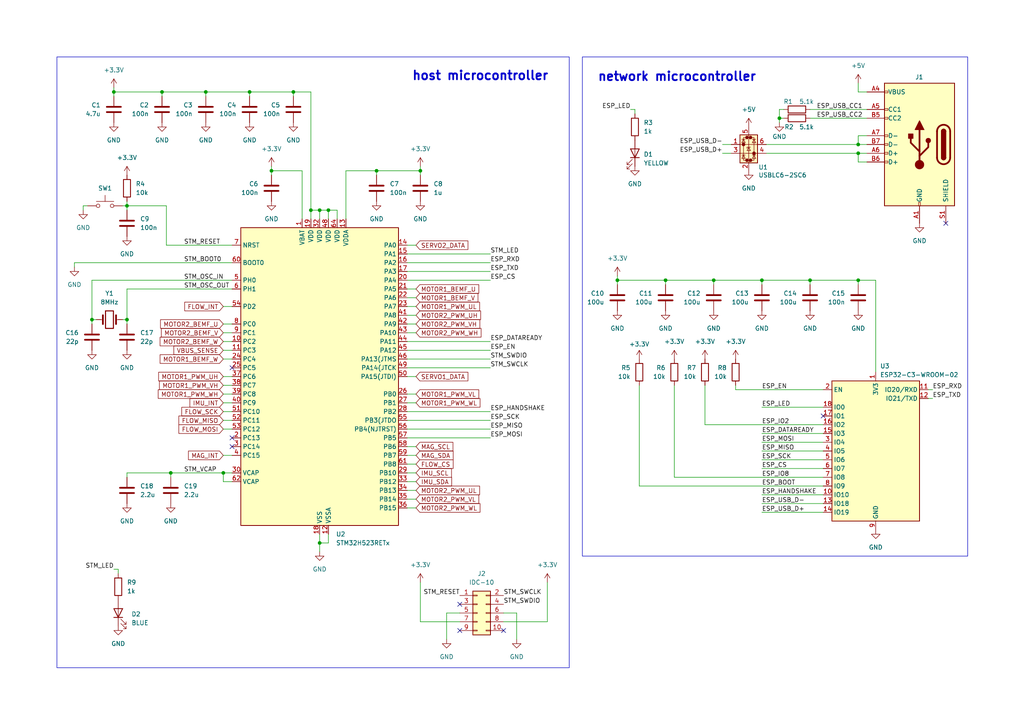
<source format=kicad_sch>
(kicad_sch (version 20250114) (generator "eeschema") (generator_version "9.0")
  (paper "A4")
  (title_block (title "Hogger2 Controller") (date "2025-04-12") (rev "V1.1") (comment 4 "Author: Eryk Możdżeń"))
  (lib_symbols
    (symbol "Connector:USB_C_Receptacle_USB2.0_14P" (pin_names (offset 1.016))
      (property "Reference" "J" (at 0 22.225 0))
      (property "Value" "USB_C_Receptacle_USB2.0_14P" (at 0 19.685 0))
      (symbol "USB_C_Receptacle_USB2.0_14P_1_1"
        (pin passive line (at -7.62 -22.86 90) (length 5.08) (name "SHIELD") (number "S1"))
        (pin passive line (at 0 -22.86 90) (length 5.08) (name "GND") (number "A1"))
        (pin passive line (at 0 -22.86 90) (length 5.08) (hide yes) (name "GND") (number "A12"))
        (pin passive line (at 0 -22.86 90) (length 5.08) (hide yes) (name "GND") (number "B1"))
        (pin passive line (at 0 -22.86 90) (length 5.08) (hide yes) (name "GND") (number "B12"))
        (pin passive line (at 15.24 15.24 180) (length 5.08) (name "VBUS") (number "A4"))
        (pin passive line (at 15.24 15.24 180) (length 5.08) (hide yes) (name "VBUS") (number "A9"))
        (pin passive line (at 15.24 15.24 180) (length 5.08) (hide yes) (name "VBUS") (number "B4"))
        (pin passive line (at 15.24 15.24 180) (length 5.08) (hide yes) (name "VBUS") (number "B9"))
        (pin bidirectional line (at 15.24 10.16 180) (length 5.08) (name "CC1") (number "A5"))
        (pin bidirectional line (at 15.24 7.62 180) (length 5.08) (name "CC2") (number "B5"))
        (pin bidirectional line (at 15.24 2.54 180) (length 5.08) (name "D-") (number "A7"))
        (pin bidirectional line (at 15.24 0 180) (length 5.08) (name "D-") (number "B7"))
        (pin bidirectional line (at 15.24 -2.54 180) (length 5.08) (name "D+") (number "A6"))
        (pin bidirectional line (at 15.24 -5.08 180) (length 5.08) (name "D+") (number "B6"))
      )
    )
    (symbol "Connector_Generic:Conn_02x05_Odd_Even" (pin_names (offset 1.016) (hide yes))
      (property "Reference" "J" (at 1.27 7.62 0))
      (property "Value" "Conn_02x05_Odd_Even" (at 1.27 -7.62 0))
      (symbol "Conn_02x05_Odd_Even_1_1"
        (pin passive line (at -5.08 5.08 0) (length 3.81) (name "Pin_1") (number "1"))
        (pin passive line (at -5.08 2.54 0) (length 3.81) (name "Pin_3") (number "3"))
        (pin passive line (at -5.08 0 0) (length 3.81) (name "Pin_5") (number "5"))
        (pin passive line (at -5.08 -2.54 0) (length 3.81) (name "Pin_7") (number "7"))
        (pin passive line (at -5.08 -5.08 0) (length 3.81) (name "Pin_9") (number "9"))
        (pin passive line (at 7.62 5.08 180) (length 3.81) (name "Pin_2") (number "2"))
        (pin passive line (at 7.62 2.54 180) (length 3.81) (name "Pin_4") (number "4"))
        (pin passive line (at 7.62 0 180) (length 3.81) (name "Pin_6") (number "6"))
        (pin passive line (at 7.62 -2.54 180) (length 3.81) (name "Pin_8") (number "8"))
        (pin passive line (at 7.62 -5.08 180) (length 3.81) (name "Pin_10") (number "10"))
      )
    )
    (symbol "Device:C" (pin_numbers (hide yes)) (pin_names (offset 0.254))
      (property "Reference" "C" (at 0.635 2.54 0))
      (property "Value" "C" (at 0.635 -2.54 0))
      (symbol "C_1_1"
        (pin passive line (at 0 3.81 270) (length 2.794) (name "~") (number "1"))
        (pin passive line (at 0 -3.81 90) (length 2.794) (name "~") (number "2"))
      )
    )
    (symbol "Device:Crystal" (pin_numbers (hide yes)) (pin_names (offset 1.016) (hide yes))
      (property "Reference" "Y" (at 0 3.81 0))
      (property "Value" "Crystal" (at 0 -3.81 0))
      (symbol "Crystal_1_1"
        (pin passive line (at -3.81 0 0) (length 1.27) (name "1") (number "1"))
        (pin passive line (at 3.81 0 180) (length 1.27) (name "2") (number "2"))
      )
    )
    (symbol "Device:LED" (pin_numbers (hide yes)) (pin_names (offset 1.016) (hide yes))
      (property "Reference" "D" (at 0 2.54 0))
      (property "Value" "LED" (at 0 -2.54 0))
      (symbol "LED_1_1"
        (pin passive line (at -3.81 0 0) (length 2.54) (name "K") (number "1"))
        (pin passive line (at 3.81 0 180) (length 2.54) (name "A") (number "2"))
      )
    )
    (symbol "Device:R" (pin_numbers (hide yes)) (pin_names (offset 0))
      (property "Reference" "R" (at 2.032 0 90))
      (property "Value" "R" (at 0 0 90))
      (symbol "R_1_1"
        (pin passive line (at 0 3.81 270) (length 1.27) (name "~") (number "1"))
        (pin passive line (at 0 -3.81 90) (length 1.27) (name "~") (number "2"))
      )
    )
    (symbol "MCU_ST_STM32H5:STM32H523RETx"
      (property "Reference" "U" (at -22.86 44.45 0))
      (property "Value" "STM32H523RETx" (at 10.16 44.45 0))
      (symbol "STM32H523RETx_1_1"
        (pin input line (at -25.4 38.1 0) (length 2.54) (name "NRST") (number "7"))
        (pin input line (at -25.4 33.02 0) (length 2.54) (name "BOOT0") (number "60"))
        (pin bidirectional line (at -25.4 27.94 0) (length 2.54) (name "PH0") (number "5"))
        (pin bidirectional line (at -25.4 25.4 0) (length 2.54) (name "PH1") (number "6"))
        (pin bidirectional line (at -25.4 20.32 0) (length 2.54) (name "PD2") (number "54"))
        (pin bidirectional line (at -25.4 15.24 0) (length 2.54) (name "PC0") (number "8"))
        (pin bidirectional line (at -25.4 12.7 0) (length 2.54) (name "PC1") (number "9"))
        (pin bidirectional line (at -25.4 10.16 0) (length 2.54) (name "PC2") (number "10"))
        (pin bidirectional line (at -25.4 7.62 0) (length 2.54) (name "PC3") (number "11"))
        (pin bidirectional line (at -25.4 5.08 0) (length 2.54) (name "PC4") (number "24"))
        (pin bidirectional line (at -25.4 2.54 0) (length 2.54) (name "PC5") (number "25"))
        (pin bidirectional line (at -25.4 0 0) (length 2.54) (name "PC6") (number "37"))
        (pin bidirectional line (at -25.4 -2.54 0) (length 2.54) (name "PC7") (number "38"))
        (pin bidirectional line (at -25.4 -5.08 0) (length 2.54) (name "PC8") (number "39"))
        (pin bidirectional line (at -25.4 -7.62 0) (length 2.54) (name "PC9") (number "40"))
        (pin bidirectional line (at -25.4 -10.16 0) (length 2.54) (name "PC10") (number "51"))
        (pin bidirectional line (at -25.4 -12.7 0) (length 2.54) (name "PC11") (number "52"))
        (pin bidirectional line (at -25.4 -15.24 0) (length 2.54) (name "PC12") (number "53"))
        (pin bidirectional line (at -25.4 -17.78 0) (length 2.54) (name "PC13") (number "2"))
        (pin bidirectional line (at -25.4 -20.32 0) (length 2.54) (name "PC14") (number "3"))
        (pin bidirectional line (at -25.4 -22.86 0) (length 2.54) (name "PC15") (number "4"))
        (pin power_out line (at -25.4 -27.94 0) (length 2.54) (name "VCAP") (number "30"))
        (pin power_out line (at -25.4 -30.48 0) (length 2.54) (name "VCAP") (number "62"))
        (pin power_in line (at -5.08 45.72 270) (length 2.54) (name "VBAT") (number "1"))
        (pin power_in line (at -2.54 45.72 270) (length 2.54) (name "VDD") (number "19"))
        (pin power_in line (at 0 45.72 270) (length 2.54) (name "VDD") (number "32"))
        (pin power_in line (at 0 -45.72 90) (length 2.54) (name "VSS") (number "18"))
        (pin passive line (at 0 -45.72 90) (length 2.54) (hide yes) (name "VSS") (number "31"))
        (pin passive line (at 0 -45.72 90) (length 2.54) (hide yes) (name "VSS") (number "47"))
        (pin passive line (at 0 -45.72 90) (length 2.54) (hide yes) (name "VSS") (number "63"))
        (pin power_in line (at 2.54 45.72 270) (length 2.54) (name "VDD") (number "48"))
        (pin power_in line (at 2.54 -45.72 90) (length 2.54) (name "VSSA") (number "12"))
        (pin power_in line (at 5.08 45.72 270) (length 2.54) (name "VDD") (number "64"))
        (pin power_in line (at 7.62 45.72 270) (length 2.54) (name "VDDA") (number "13"))
        (pin bidirectional line (at 25.4 38.1 180) (length 2.54) (name "PA0") (number "14"))
        (pin bidirectional line (at 25.4 35.56 180) (length 2.54) (name "PA1") (number "15"))
        (pin bidirectional line (at 25.4 33.02 180) (length 2.54) (name "PA2") (number "16"))
        (pin bidirectional line (at 25.4 30.48 180) (length 2.54) (name "PA3") (number "17"))
        (pin bidirectional line (at 25.4 27.94 180) (length 2.54) (name "PA4") (number "20"))
        (pin bidirectional line (at 25.4 25.4 180) (length 2.54) (name "PA5") (number "21"))
        (pin bidirectional line (at 25.4 22.86 180) (length 2.54) (name "PA6") (number "22"))
        (pin bidirectional line (at 25.4 20.32 180) (length 2.54) (name "PA7") (number "23"))
        (pin bidirectional line (at 25.4 17.78 180) (length 2.54) (name "PA8") (number "41"))
        (pin bidirectional line (at 25.4 15.24 180) (length 2.54) (name "PA9") (number "42"))
        (pin bidirectional line (at 25.4 12.7 180) (length 2.54) (name "PA10") (number "43"))
        (pin bidirectional line (at 25.4 10.16 180) (length 2.54) (name "PA11") (number "44"))
        (pin bidirectional line (at 25.4 7.62 180) (length 2.54) (name "PA12") (number "45"))
        (pin bidirectional line (at 25.4 5.08 180) (length 2.54) (name "PA13(JTMS") (number "46"))
        (pin bidirectional line (at 25.4 2.54 180) (length 2.54) (name "PA14(JTCK") (number "49"))
        (pin bidirectional line (at 25.4 0 180) (length 2.54) (name "PA15(JTDI)") (number "50"))
        (pin bidirectional line (at 25.4 -5.08 180) (length 2.54) (name "PB0") (number "26"))
        (pin bidirectional line (at 25.4 -7.62 180) (length 2.54) (name "PB1") (number "27"))
        (pin bidirectional line (at 25.4 -10.16 180) (length 2.54) (name "PB2") (number "28"))
        (pin bidirectional line (at 25.4 -12.7 180) (length 2.54) (name "PB3(JTDO") (number "55"))
        (pin bidirectional line (at 25.4 -15.24 180) (length 2.54) (name "PB4(NJTRST)") (number "56"))
        (pin bidirectional line (at 25.4 -17.78 180) (length 2.54) (name "PB5") (number "57"))
        (pin bidirectional line (at 25.4 -20.32 180) (length 2.54) (name "PB6") (number "58"))
        (pin bidirectional line (at 25.4 -22.86 180) (length 2.54) (name "PB7") (number "59"))
        (pin bidirectional line (at 25.4 -25.4 180) (length 2.54) (name "PB8") (number "61"))
        (pin bidirectional line (at 25.4 -27.94 180) (length 2.54) (name "PB10") (number "29"))
        (pin bidirectional line (at 25.4 -30.48 180) (length 2.54) (name "PB12") (number "33"))
        (pin bidirectional line (at 25.4 -33.02 180) (length 2.54) (name "PB13") (number "34"))
        (pin bidirectional line (at 25.4 -35.56 180) (length 2.54) (name "PB14") (number "35"))
        (pin bidirectional line (at 25.4 -38.1 180) (length 2.54) (name "PB15") (number "36"))
      )
    )
    (symbol "Power_Protection:USBLC6-2SC6" (pin_names (hide yes))
      (property "Reference" "U" (at 0.635 5.715 0))
      (property "Value" "USBLC6-2SC6" (at 0.635 3.81 0))
      (symbol "USBLC6-2SC6_1_1"
        (pin passive line (at -5.08 0 0) (length 2.54) (name "I/O1") (number "1"))
        (pin passive line (at -5.08 -2.54 0) (length 2.54) (name "I/O2") (number "3"))
        (pin passive line (at 0 5.08 270) (length 2.54) (name "VBUS") (number "5"))
        (pin passive line (at 0 -7.62 90) (length 2.54) (name "GND") (number "2"))
        (pin passive line (at 5.08 0 180) (length 2.54) (name "I/O1") (number "6"))
        (pin passive line (at 5.08 -2.54 180) (length 2.54) (name "I/O2") (number "4"))
      )
    )
    (symbol "RF_Module:ESP32-C3-WROOM-02"
      (property "Reference" "U" (at -12.192 21.336 0))
      (property "Value" "ESP32-C3-WROOM-02" (at 12.192 21.336 0))
      (symbol "ESP32-C3-WROOM-02_1_1"
        (pin input line (at -15.24 17.78 0) (length 2.54) (name "EN") (number "2"))
        (pin bidirectional line (at -15.24 12.7 0) (length 2.54) (name "IO0") (number "18"))
        (pin bidirectional line (at -15.24 10.16 0) (length 2.54) (name "IO1") (number "17"))
        (pin bidirectional line (at -15.24 7.62 0) (length 2.54) (name "IO2") (number "16"))
        (pin bidirectional line (at -15.24 5.08 0) (length 2.54) (name "IO3") (number "15"))
        (pin bidirectional line (at -15.24 2.54 0) (length 2.54) (name "IO4") (number "3"))
        (pin bidirectional line (at -15.24 0 0) (length 2.54) (name "IO5") (number "4"))
        (pin bidirectional line (at -15.24 -2.54 0) (length 2.54) (name "IO6") (number "5"))
        (pin bidirectional line (at -15.24 -5.08 0) (length 2.54) (name "IO7") (number "6"))
        (pin bidirectional line (at -15.24 -7.62 0) (length 2.54) (name "IO8") (number "7"))
        (pin bidirectional line (at -15.24 -10.16 0) (length 2.54) (name "IO9") (number "8"))
        (pin bidirectional line (at -15.24 -12.7 0) (length 2.54) (name "IO10") (number "10"))
        (pin bidirectional line (at -15.24 -15.24 0) (length 2.54) (name "IO18") (number "13"))
        (pin bidirectional line (at -15.24 -17.78 0) (length 2.54) (name "IO19") (number "14"))
        (pin power_in line (at 0 22.86 270) (length 2.54) (name "3V3") (number "1"))
        (pin passive line (at 0 -22.86 90) (length 2.54) (hide yes) (name "GND") (number "19"))
        (pin power_in line (at 0 -22.86 90) (length 2.54) (name "GND") (number "9"))
        (pin bidirectional line (at 15.24 17.78 180) (length 2.54) (name "IO20/RXD") (number "11"))
        (pin bidirectional line (at 15.24 15.24 180) (length 2.54) (name "IO21/TXD") (number "12"))
      )
    )
    (symbol "Switch:SW_Push" (pin_numbers (hide yes)) (pin_names (offset 1.016) (hide yes))
      (property "Reference" "SW" (at 1.27 2.54 0))
      (property "Value" "SW_Push" (at 0 -1.524 0))
      (symbol "SW_Push_0_1"
        (pin passive line (at -5.08 0 0) (length 2.54) (name "1") (number "1"))
        (pin passive line (at 5.08 0 180) (length 2.54) (name "2") (number "2"))
      )
    )
    (symbol "power:+3.3V" (power) (pin_names (offset 0))
      (property "Value" "+3.3V" (at 0 3.556 0))
      (symbol "+3.3V_1_1"
        (pin power_in line (at 0 0 90) (length 0) (hide yes) (name "+3.3V") (number "1"))
      )
    )
    (symbol "power:+5V" (power) (pin_names (offset 0))
      (property "Value" "+5V" (at 0 3.556 0))
      (symbol "+5V_1_1"
        (pin power_in line (at 0 0 90) (length 0) (hide yes) (name "+5V") (number "1"))
      )
    )
    (symbol "power:GND" (power) (pin_names (offset 0))
      (property "Value" "GND" (at 0 -3.81 0))
      (symbol "GND_1_1"
        (pin power_in line (at 0 0 270) (length 0) (hide yes) (name "GND") (number "1"))
      )
    )
  )
  (rectangle (start 168.91 16.51) (end 280.67 161.29))
  (rectangle (start 16.51 16.51) (end 165.1 193.675))
  (text "network microcontroller" (at 173.228 22.352 0) (effects (font (size 2.54 2.54) (thickness 0.508) (bold yes)) (justify left)))
  (text "host microcontroller" (at 119.38 22.098 0) (effects (font (size 2.54 2.54) (thickness 0.508) (bold yes)) (justify left)))
  (junction (at 92.71 60.96))
  (junction (at 226.06 34.29))
  (junction (at 121.92 49.53))
  (junction (at 92.71 157.48))
  (junction (at 85.09 26.67))
  (junction (at 248.92 81.28))
  (junction (at 59.69 26.67))
  (junction (at 193.04 81.28))
  (junction (at 248.92 41.91))
  (junction (at 207.01 81.28))
  (junction (at 78.74 49.53))
  (junction (at 220.98 81.28))
  (junction (at 46.99 26.67))
  (junction (at 49.53 137.16))
  (junction (at 95.25 60.96))
  (junction (at 72.39 26.67))
  (junction (at 33.02 26.67))
  (junction (at 36.83 92.71))
  (junction (at 234.95 81.28))
  (junction (at 179.07 81.28))
  (junction (at 26.67 92.71))
  (junction (at 90.17 60.96))
  (junction (at 248.92 44.45))
  (junction (at 109.22 49.53))
  (junction (at 36.83 59.69))
  (junction (at 64.77 137.16))
  (no_connect (at 274.32 64.77))
  (no_connect (at 133.35 175.26))
  (no_connect (at 133.35 182.88))
  (no_connect (at 67.31 127))
  (no_connect (at 67.31 129.54))
  (no_connect (at 238.76 120.65))
  (no_connect (at 146.05 182.88))
  (no_connect (at 67.31 106.68))
  (wire (pts (xy 149.86 177.8) (xy 149.86 185.42)))
  (wire (pts (xy 64.77 124.46) (xy 67.31 124.46)))
  (wire (pts (xy 92.71 154.94) (xy 92.71 157.48)))
  (wire (pts (xy 97.79 63.5) (xy 97.79 60.96)))
  (wire (pts (xy 92.71 157.48) (xy 92.71 160.02)))
  (wire (pts (xy 118.11 106.68) (xy 142.24 106.68)))
  (wire (pts (xy 72.39 26.67) (xy 72.39 27.94)))
  (wire (pts (xy 120.65 144.78) (xy 118.11 144.78)))
  (wire (pts (xy 64.77 88.9) (xy 67.31 88.9)))
  (wire (pts (xy 21.59 76.2) (xy 67.31 76.2)))
  (wire (pts (xy 270.51 113.03) (xy 269.24 113.03)))
  (wire (pts (xy 78.74 48.26) (xy 78.74 49.53)))
  (wire (pts (xy 36.83 59.69) (xy 36.83 58.42)))
  (wire (pts (xy 36.83 59.69) (xy 48.26 59.69)))
  (wire (pts (xy 46.99 26.67) (xy 46.99 27.94)))
  (wire (pts (xy 33.02 25.4) (xy 33.02 26.67)))
  (wire (pts (xy 26.67 92.71) (xy 26.67 93.98)))
  (wire (pts (xy 142.24 81.28) (xy 118.11 81.28)))
  (wire (pts (xy 121.92 48.26) (xy 121.92 49.53)))
  (wire (pts (xy 64.77 96.52) (xy 67.31 96.52)))
  (wire (pts (xy 120.65 109.22) (xy 118.11 109.22)))
  (wire (pts (xy 95.25 60.96) (xy 92.71 60.96)))
  (wire (pts (xy 121.92 168.91) (xy 121.92 180.34)))
  (wire (pts (xy 220.98 146.05) (xy 238.76 146.05)))
  (wire (pts (xy 109.22 49.53) (xy 109.22 50.8)))
  (wire (pts (xy 120.65 139.7) (xy 118.11 139.7)))
  (wire (pts (xy 78.74 49.53) (xy 78.74 50.8)))
  (wire (pts (xy 226.06 34.29) (xy 226.06 31.75)))
  (wire (pts (xy 33.02 26.67) (xy 46.99 26.67)))
  (wire (pts (xy 120.65 137.16) (xy 118.11 137.16)))
  (wire (pts (xy 120.65 91.44) (xy 118.11 91.44)))
  (wire (pts (xy 158.75 180.34) (xy 146.05 180.34)))
  (wire (pts (xy 226.06 34.29) (xy 226.06 35.56)))
  (wire (pts (xy 220.98 118.11) (xy 238.76 118.11)))
  (wire (pts (xy 254 81.28) (xy 248.92 81.28)))
  (wire (pts (xy 59.69 26.67) (xy 59.69 27.94)))
  (wire (pts (xy 120.65 86.36) (xy 118.11 86.36)))
  (wire (pts (xy 254 81.28) (xy 254 107.95)))
  (wire (pts (xy 179.07 81.28) (xy 193.04 81.28)))
  (wire (pts (xy 26.67 92.71) (xy 27.94 92.71)))
  (wire (pts (xy 64.77 119.38) (xy 67.31 119.38)))
  (wire (pts (xy 109.22 49.53) (xy 121.92 49.53)))
  (wire (pts (xy 220.98 143.51) (xy 238.76 143.51)))
  (wire (pts (xy 248.92 44.45) (xy 251.46 44.45)))
  (wire (pts (xy 92.71 157.48) (xy 95.25 157.48)))
  (wire (pts (xy 185.42 140.97) (xy 238.76 140.97)))
  (wire (pts (xy 179.07 80.01) (xy 179.07 81.28)))
  (wire (pts (xy 142.24 73.66) (xy 118.11 73.66)))
  (wire (pts (xy 222.25 44.45) (xy 248.92 44.45)))
  (wire (pts (xy 226.06 31.75) (xy 227.33 31.75)))
  (wire (pts (xy 146.05 177.8) (xy 149.86 177.8)))
  (wire (pts (xy 222.25 41.91) (xy 248.92 41.91)))
  (wire (pts (xy 36.83 137.16) (xy 49.53 137.16)))
  (wire (pts (xy 64.77 132.08) (xy 67.31 132.08)))
  (wire (pts (xy 120.65 114.3) (xy 118.11 114.3)))
  (wire (pts (xy 46.99 26.67) (xy 59.69 26.67)))
  (wire (pts (xy 204.47 123.19) (xy 204.47 111.76)))
  (wire (pts (xy 251.46 26.67) (xy 248.92 26.67)))
  (wire (pts (xy 64.77 116.84) (xy 67.31 116.84)))
  (wire (pts (xy 120.65 134.62) (xy 118.11 134.62)))
  (wire (pts (xy 34.29 165.1) (xy 34.29 166.37)))
  (wire (pts (xy 142.24 121.92) (xy 118.11 121.92)))
  (wire (pts (xy 120.65 129.54) (xy 118.11 129.54)))
  (wire (pts (xy 92.71 63.5) (xy 92.71 60.96)))
  (wire (pts (xy 36.83 92.71) (xy 35.56 92.71)))
  (wire (pts (xy 48.26 71.12) (xy 67.31 71.12)))
  (wire (pts (xy 26.67 81.28) (xy 26.67 92.71)))
  (wire (pts (xy 120.65 142.24) (xy 118.11 142.24)))
  (wire (pts (xy 35.56 59.69) (xy 36.83 59.69)))
  (wire (pts (xy 120.65 96.52) (xy 118.11 96.52)))
  (wire (pts (xy 195.58 138.43) (xy 238.76 138.43)))
  (wire (pts (xy 118.11 101.6) (xy 142.24 101.6)))
  (wire (pts (xy 120.65 71.12) (xy 118.11 71.12)))
  (wire (pts (xy 24.13 60.96) (xy 24.13 59.69)))
  (wire (pts (xy 64.77 109.22) (xy 67.31 109.22)))
  (wire (pts (xy 220.98 81.28) (xy 207.01 81.28)))
  (wire (pts (xy 220.98 148.59) (xy 238.76 148.59)))
  (wire (pts (xy 72.39 26.67) (xy 59.69 26.67)))
  (wire (pts (xy 120.65 83.82) (xy 118.11 83.82)))
  (wire (pts (xy 193.04 81.28) (xy 193.04 82.55)))
  (wire (pts (xy 118.11 76.2) (xy 142.24 76.2)))
  (wire (pts (xy 118.11 78.74) (xy 142.24 78.74)))
  (wire (pts (xy 142.24 124.46) (xy 118.11 124.46)))
  (wire (pts (xy 64.77 104.14) (xy 67.31 104.14)))
  (wire (pts (xy 120.65 147.32) (xy 118.11 147.32)))
  (wire (pts (xy 213.36 113.03) (xy 213.36 111.76)))
  (wire (pts (xy 64.77 111.76) (xy 67.31 111.76)))
  (wire (pts (xy 207.01 81.28) (xy 207.01 82.55)))
  (wire (pts (xy 185.42 111.76) (xy 185.42 140.97)))
  (wire (pts (xy 248.92 46.99) (xy 248.92 44.45)))
  (wire (pts (xy 234.95 81.28) (xy 234.95 82.55)))
  (wire (pts (xy 36.83 83.82) (xy 67.31 83.82)))
  (wire (pts (xy 67.31 137.16) (xy 64.77 137.16)))
  (wire (pts (xy 251.46 41.91) (xy 248.92 41.91)))
  (wire (pts (xy 248.92 41.91) (xy 248.92 39.37)))
  (wire (pts (xy 248.92 39.37) (xy 251.46 39.37)))
  (wire (pts (xy 121.92 180.34) (xy 133.35 180.34)))
  (wire (pts (xy 64.77 137.16) (xy 64.77 139.7)))
  (wire (pts (xy 270.51 115.57) (xy 269.24 115.57)))
  (wire (pts (xy 195.58 111.76) (xy 195.58 138.43)))
  (wire (pts (xy 78.74 49.53) (xy 87.63 49.53)))
  (wire (pts (xy 85.09 26.67) (xy 90.17 26.67)))
  (wire (pts (xy 118.11 99.06) (xy 142.24 99.06)))
  (wire (pts (xy 85.09 26.67) (xy 85.09 27.94)))
  (wire (pts (xy 234.95 34.29) (xy 251.46 34.29)))
  (wire (pts (xy 21.59 76.2) (xy 21.59 77.47)))
  (wire (pts (xy 142.24 127) (xy 118.11 127)))
  (wire (pts (xy 49.53 137.16) (xy 64.77 137.16)))
  (wire (pts (xy 90.17 60.96) (xy 90.17 63.5)))
  (wire (pts (xy 204.47 123.19) (xy 238.76 123.19)))
  (wire (pts (xy 36.83 92.71) (xy 36.83 93.98)))
  (wire (pts (xy 179.07 81.28) (xy 179.07 82.55)))
  (wire (pts (xy 97.79 60.96) (xy 95.25 60.96)))
  (wire (pts (xy 234.95 31.75) (xy 251.46 31.75)))
  (wire (pts (xy 100.33 63.5) (xy 100.33 49.53)))
  (wire (pts (xy 36.83 83.82) (xy 36.83 92.71)))
  (wire (pts (xy 142.24 119.38) (xy 118.11 119.38)))
  (wire (pts (xy 213.36 113.03) (xy 238.76 113.03)))
  (wire (pts (xy 220.98 81.28) (xy 220.98 82.55)))
  (wire (pts (xy 120.65 88.9) (xy 118.11 88.9)))
  (wire (pts (xy 129.54 177.8) (xy 133.35 177.8)))
  (wire (pts (xy 64.77 93.98) (xy 67.31 93.98)))
  (wire (pts (xy 193.04 81.28) (xy 207.01 81.28)))
  (wire (pts (xy 182.88 31.75) (xy 184.15 31.75)))
  (wire (pts (xy 120.65 116.84) (xy 118.11 116.84)))
  (wire (pts (xy 48.26 71.12) (xy 48.26 59.69)))
  (wire (pts (xy 90.17 26.67) (xy 90.17 60.96)))
  (wire (pts (xy 209.55 44.45) (xy 212.09 44.45)))
  (wire (pts (xy 248.92 26.67) (xy 248.92 24.13)))
  (wire (pts (xy 209.55 41.91) (xy 212.09 41.91)))
  (wire (pts (xy 24.13 59.69) (xy 25.4 59.69)))
  (wire (pts (xy 92.71 60.96) (xy 90.17 60.96)))
  (wire (pts (xy 158.75 180.34) (xy 158.75 168.91)))
  (wire (pts (xy 220.98 130.81) (xy 238.76 130.81)))
  (wire (pts (xy 64.77 121.92) (xy 67.31 121.92)))
  (wire (pts (xy 85.09 26.67) (xy 72.39 26.67)))
  (wire (pts (xy 220.98 135.89) (xy 238.76 135.89)))
  (wire (pts (xy 33.02 165.1) (xy 34.29 165.1)))
  (wire (pts (xy 220.98 133.35) (xy 238.76 133.35)))
  (wire (pts (xy 234.95 81.28) (xy 220.98 81.28)))
  (wire (pts (xy 49.53 137.16) (xy 49.53 138.43)))
  (wire (pts (xy 118.11 104.14) (xy 142.24 104.14)))
  (wire (pts (xy 64.77 139.7) (xy 67.31 139.7)))
  (wire (pts (xy 121.92 49.53) (xy 121.92 50.8)))
  (wire (pts (xy 129.54 185.42) (xy 129.54 177.8)))
  (wire (pts (xy 248.92 81.28) (xy 248.92 82.55)))
  (wire (pts (xy 26.67 81.28) (xy 67.31 81.28)))
  (wire (pts (xy 95.25 154.94) (xy 95.25 157.48)))
  (wire (pts (xy 64.77 114.3) (xy 67.31 114.3)))
  (wire (pts (xy 120.65 132.08) (xy 118.11 132.08)))
  (wire (pts (xy 95.25 63.5) (xy 95.25 60.96)))
  (wire (pts (xy 251.46 46.99) (xy 248.92 46.99)))
  (wire (pts (xy 64.77 101.6) (xy 67.31 101.6)))
  (wire (pts (xy 220.98 128.27) (xy 238.76 128.27)))
  (wire (pts (xy 184.15 31.75) (xy 184.15 33.02)))
  (wire (pts (xy 100.33 49.53) (xy 109.22 49.53)))
  (wire (pts (xy 33.02 26.67) (xy 33.02 27.94)))
  (wire (pts (xy 64.77 99.06) (xy 67.31 99.06)))
  (wire (pts (xy 87.63 49.53) (xy 87.63 63.5)))
  (wire (pts (xy 36.83 137.16) (xy 36.83 138.43)))
  (wire (pts (xy 248.92 81.28) (xy 234.95 81.28)))
  (wire (pts (xy 226.06 34.29) (xy 227.33 34.29)))
  (wire (pts (xy 36.83 59.69) (xy 36.83 60.96)))
  (wire (pts (xy 120.65 93.98) (xy 118.11 93.98)))
  (wire (pts (xy 220.98 125.73) (xy 238.76 125.73)))
  (label "ESP_BOOT" (at 220.98 140.97 0))
  (label "ESP_HANDSHAKE" (at 142.24 119.38 0))
  (label "ESP_TXD" (at 270.51 115.57 0))
  (label "ESP_CS" (at 142.24 81.28 0))
  (label "ESP_USB_D+" (at 220.98 148.59 0))
  (label "ESP_EN" (at 142.24 101.6 0))
  (label "ESP_HANDSHAKE" (at 220.98 143.51 0))
  (label "ESP_DATAREADY" (at 220.98 125.73 0))
  (label "ESP_USB_CC1" (at 250.19 31.75 180))
  (label "ESP_IO8" (at 220.98 138.43 0))
  (label "ESP_USB_D+" (at 209.55 44.45 180))
  (label "ESP_MISO" (at 142.24 124.46 0))
  (label "ESP_SCK" (at 142.24 121.92 0))
  (label "STM_SWCLK" (at 146.05 172.72 0))
  (label "STM_RESET" (at 53.34 71.12 0))
  (label "STM_LED" (at 33.02 165.1 180))
  (label "ESP_LED" (at 182.88 31.75 180))
  (label "STM_SWDIO" (at 142.24 104.14 0))
  (label "ESP_EN" (at 220.98 113.03 0))
  (label "STM_OSC_OUT" (at 53.34 83.82 0))
  (label "STM_LED" (at 142.24 73.66 0))
  (label "ESP_MOSI" (at 142.24 127 0))
  (label "ESP_IO2" (at 220.98 123.19 0))
  (label "ESP_RXD" (at 142.24 76.2 0))
  (label "ESP_LED" (at 220.98 118.11 0))
  (label "ESP_CS" (at 220.98 135.89 0))
  (label "ESP_MOSI" (at 220.98 128.27 0))
  (label "STM_SWCLK" (at 142.24 106.68 0))
  (label "STM_VCAP" (at 53.34 137.16 0))
  (label "STM_SWDIO" (at 146.05 175.26 0))
  (label "ESP_USB_CC2" (at 250.19 34.29 180))
  (label "ESP_TXD" (at 142.24 78.74 0))
  (label "ESP_MISO" (at 220.98 130.81 0))
  (label "STM_RESET" (at 133.35 172.72 180))
  (label "ESP_USB_D-" (at 220.98 146.05 0))
  (label "ESP_USB_D-" (at 209.55 41.91 180))
  (label "STM_BOOT0" (at 53.34 76.2 0))
  (label "STM_OSC_IN" (at 53.34 81.28 0))
  (label "ESP_SCK" (at 220.98 133.35 0))
  (label "ESP_RXD" (at 270.51 113.03 0))
  (label "ESP_DATAREADY" (at 142.24 99.06 0))
  (global_label "MOTOR2_PWM_UH" (shape input) (at 120.65 91.44 0) (property "Intersheetrefs" "${INTERSHEET_REFS}" (effects (hide yes))))
  (global_label "MOTOR1_PWM_UH" (shape input) (at 64.77 109.22 180) (property "Intersheetrefs" "${INTERSHEET_REFS}" (effects (hide yes))))
  (global_label "MOTOR1_PWM_VL" (shape input) (at 120.65 114.3 0) (property "Intersheetrefs" "${INTERSHEET_REFS}" (effects (hide yes))))
  (global_label "IMU_SCL" (shape input) (at 120.65 137.16 0) (property "Intersheetrefs" "${INTERSHEET_REFS}" (effects (hide yes))))
  (global_label "MOTOR2_PWM_VH" (shape input) (at 120.65 93.98 0) (property "Intersheetrefs" "${INTERSHEET_REFS}" (effects (hide yes))))
  (global_label "MOTOR1_PWM_UL" (shape input) (at 120.65 88.9 0) (property "Intersheetrefs" "${INTERSHEET_REFS}" (effects (hide yes))))
  (global_label "FLOW_SCK" (shape input) (at 64.77 119.38 180) (property "Intersheetrefs" "${INTERSHEET_REFS}" (effects (hide yes))))
  (global_label "IMU_SDA" (shape input) (at 120.65 139.7 0) (property "Intersheetrefs" "${INTERSHEET_REFS}" (effects (hide yes))))
  (global_label "SERVO1_DATA" (shape input) (at 120.65 109.22 0) (property "Intersheetrefs" "${INTERSHEET_REFS}" (effects (hide yes))))
  (global_label "MOTOR1_PWM_VH" (shape input) (at 64.77 111.76 180) (property "Intersheetrefs" "${INTERSHEET_REFS}" (effects (hide yes))))
  (global_label "MOTOR1_BEMF_W" (shape input) (at 64.77 104.14 180) (property "Intersheetrefs" "${INTERSHEET_REFS}" (effects (hide yes))))
  (global_label "MOTOR1_PWM_WL" (shape input) (at 120.65 116.84 0) (property "Intersheetrefs" "${INTERSHEET_REFS}" (effects (hide yes))))
  (global_label "FLOW_MOSI" (shape input) (at 64.77 124.46 180) (property "Intersheetrefs" "${INTERSHEET_REFS}" (effects (hide yes))))
  (global_label "MOTOR2_PWM_WH" (shape input) (at 120.65 96.52 0) (property "Intersheetrefs" "${INTERSHEET_REFS}" (effects (hide yes))))
  (global_label "MOTOR2_BEMF_V" (shape input) (at 64.77 96.52 180) (property "Intersheetrefs" "${INTERSHEET_REFS}" (effects (hide yes))))
  (global_label "MOTOR2_PWM_UL" (shape input) (at 120.65 142.24 0) (property "Intersheetrefs" "${INTERSHEET_REFS}" (effects (hide yes))))
  (global_label "FLOW_INT" (shape input) (at 64.77 88.9 180) (property "Intersheetrefs" "${INTERSHEET_REFS}" (effects (hide yes))))
  (global_label "VBUS_SENSE" (shape input) (at 64.77 101.6 180) (property "Intersheetrefs" "${INTERSHEET_REFS}" (effects (hide yes))))
  (global_label "MOTOR1_PWM_WH" (shape input) (at 64.77 114.3 180) (property "Intersheetrefs" "${INTERSHEET_REFS}" (effects (hide yes))))
  (global_label "MOTOR2_BEMF_W" (shape input) (at 64.77 99.06 180) (property "Intersheetrefs" "${INTERSHEET_REFS}" (effects (hide yes))))
  (global_label "FLOW_CS" (shape input) (at 120.65 134.62 0) (property "Intersheetrefs" "${INTERSHEET_REFS}" (effects (hide yes))))
  (global_label "MOTOR2_BEMF_U" (shape input) (at 64.77 93.98 180) (property "Intersheetrefs" "${INTERSHEET_REFS}" (effects (hide yes))))
  (global_label "MOTOR1_BEMF_V" (shape input) (at 120.65 86.36 0) (property "Intersheetrefs" "${INTERSHEET_REFS}" (effects (hide yes))))
  (global_label "MAG_SCL" (shape input) (at 120.65 129.54 0) (property "Intersheetrefs" "${INTERSHEET_REFS}" (effects (hide yes))))
  (global_label "MAG_SDA" (shape input) (at 120.65 132.08 0) (property "Intersheetrefs" "${INTERSHEET_REFS}" (effects (hide yes))))
  (global_label "IMU_INT" (shape input) (at 64.77 116.84 180) (property "Intersheetrefs" "${INTERSHEET_REFS}" (effects (hide yes))))
  (global_label "FLOW_MISO" (shape input) (at 64.77 121.92 180) (property "Intersheetrefs" "${INTERSHEET_REFS}" (effects (hide yes))))
  (global_label "MOTOR2_PWM_WL" (shape input) (at 120.65 147.32 0) (property "Intersheetrefs" "${INTERSHEET_REFS}" (effects (hide yes))))
  (global_label "MOTOR1_BEMF_U" (shape input) (at 120.65 83.82 0) (property "Intersheetrefs" "${INTERSHEET_REFS}" (effects (hide yes))))
  (global_label "MAG_INT" (shape input) (at 64.77 132.08 180) (property "Intersheetrefs" "${INTERSHEET_REFS}" (effects (hide yes))))
  (global_label "MOTOR2_PWM_VL" (shape input) (at 120.65 144.78 0) (property "Intersheetrefs" "${INTERSHEET_REFS}" (effects (hide yes))))
  (global_label "SERVO2_DATA" (shape input) (at 120.65 71.12 0) (property "Intersheetrefs" "${INTERSHEET_REFS}" (effects (hide yes))))
  (symbol (lib_id "power:GND") (at 220.98 90.17 0) (mirror y) (unit 1)
    (property "Reference" "#PWR026" (effects (hide yes)))
    (property "Value" "GND" (at 220.98 95.25 0))
    (property "Description" "Power symbol creates a global label with name \"GND\" , ground" (effects (hide yes)))
  )
  (symbol (lib_id "power:GND") (at 36.83 101.6 0) (unit 1)
    (property "Reference" "#PWR030" (effects (hide yes)))
    (property "Value" "GND" (at 36.83 106.68 0))
    (property "Description" "Power symbol creates a global label with name \"GND\" , ground" (effects (hide yes)))
  )
  (symbol (lib_id "Device:C") (at 179.07 86.36 0) (unit 1)
    (property "Reference" "C10" (at 175.26 85.0899 0) (effects (justify right)))
    (property "Value" "100u" (at 175.26 87.6299 0) (effects (justify right)))
    (property "Footprint" "Capacitor_SMD:C_1206_3216Metric" (effects (hide yes)))
    (property "Description" "Unpolarized capacitor" (effects (hide yes)))
  )
  (symbol (lib_id "Power_Protection:USBLC6-2SC6") (at 217.17 41.91 0) (unit 1)
    (property "Reference" "U1" (at 219.964 48.514 0) (effects (justify left)))
    (property "Value" "USBLC6-2SC6" (at 219.964 50.8 0) (effects (justify left)))
    (property "Footprint" "Package_TO_SOT_SMD:SOT-23-6" (effects (hide yes)))
    (property "Datasheet" "https://www.st.com/resource/en/datasheet/usblc6-2.pdf" (effects (hide yes)))
    (property "Description" "Very low capacitance ESD protection diode, 2 data-line, SOT-23-6" (effects (hide yes)))
  )
  (symbol (lib_id "RF_Module:ESP32-C3-WROOM-02") (at 254 130.81 0) (unit 1)
    (property "Reference" "U3" (at 255.27 106.172 0) (effects (justify left)))
    (property "Value" "ESP32-C3-WROOM-02" (at 255.27 108.712 0) (effects (justify left)))
    (property "Footprint" "RF_Module:ESP32-C3-WROOM-02" (effects (hide yes)))
    (property "Datasheet" "https://www.espressif.com/sites/default/files/documentation/esp32-c3-wroom-02_datasheet_en.pdf" (effects (hide yes)))
    (property "Description" "802.11 b/g/n Wi­Fi and Bluetooth 5 module, ESP32­C3 SoC, RISC­V microprocessor, On-board antenna" (effects (hide yes)))
  )
  (symbol (lib_id "Device:C") (at 109.22 54.61 0) (unit 1)
    (property "Reference" "C7" (at 113.03 53.3399 0) (effects (justify left)))
    (property "Value" "100n" (at 113.03 55.8799 0) (effects (justify left)))
    (property "Footprint" "Capacitor_SMD:C_0603_1608Metric" (effects (hide yes)))
    (property "Description" "Unpolarized capacitor" (effects (hide yes)))
  )
  (symbol (lib_id "power:+3.3V") (at 78.74 48.26 0) (unit 1)
    (property "Reference" "#PWR010" (effects (hide yes)))
    (property "Value" "+3.3V" (at 78.74 43.18 0))
    (property "Description" "Power symbol creates a global label with name \"+3.3V\"" (effects (hide yes)))
  )
  (symbol (lib_id "power:+3.3V") (at 33.02 25.4 0) (mirror y) (unit 1)
    (property "Reference" "#PWR02" (effects (hide yes)))
    (property "Value" "+3.3V" (at 33.02 20.32 0))
    (property "Description" "Power symbol creates a global label with name \"+3.3V\"" (effects (hide yes)))
  )
  (symbol (lib_id "Device:C") (at 33.02 31.75 0) (unit 1)
    (property "Reference" "C1" (at 29.21 30.4799 0) (effects (justify right)))
    (property "Value" "4.7u" (at 29.21 33.0199 0) (effects (justify right)))
    (property "Footprint" "Capacitor_SMD:C_0603_1608Metric" (effects (hide yes)))
    (property "Description" "Unpolarized capacitor" (effects (hide yes)))
  )
  (symbol (lib_id "power:+3.3V") (at 213.36 104.14 0) (unit 1)
    (property "Reference" "#PWR034" (effects (hide yes)))
    (property "Value" "+3.3V" (at 213.36 99.06 0))
    (property "Description" "Power symbol creates a global label with name \"+3.3V\"" (effects (hide yes)))
  )
  (symbol (lib_id "power:GND") (at 72.39 35.56 0) (mirror y) (unit 1)
    (property "Reference" "#PWR06" (effects (hide yes)))
    (property "Value" "GND" (at 72.39 40.64 0))
    (property "Description" "Power symbol creates a global label with name \"GND\" , ground" (effects (hide yes)))
  )
  (symbol (lib_id "Device:LED") (at 184.15 44.45 270) (mirror x) (unit 1)
    (property "Reference" "D1" (at 186.69 44.7674 90) (effects (justify left)))
    (property "Value" "YELLOW" (at 186.69 47.3074 90) (effects (justify left)))
    (property "Footprint" "LED_SMD:LED_0603_1608Metric" (effects (hide yes)))
    (property "Description" "Light emitting diode" (effects (hide yes)))
  )
  (symbol (lib_id "power:+3.3V") (at 204.47 104.14 0) (unit 1)
    (property "Reference" "#PWR033" (effects (hide yes)))
    (property "Value" "+3.3V" (at 204.47 99.06 0))
    (property "Description" "Power symbol creates a global label with name \"+3.3V\"" (effects (hide yes)))
  )
  (symbol (lib_id "Connector_Generic:Conn_02x05_Odd_Even") (at 138.43 177.8 0) (unit 1)
    (property "Reference" "J2" (at 139.7 166.37 0))
    (property "Value" "IDC-10" (at 139.7 168.91 0))
    (property "Footprint" "Connector_IDC:IDC-Header_2x05_P2.54mm_Vertical" (effects (hide yes)))
    (property "Description" "Generic connector, double row, 02x05, odd/even pin numbering scheme (row 1 odd numbers, row 2 even numbers), script generated (kicad-library-utils/schlib/autogen/connector/)" (effects (hide yes)))
  )
  (symbol (lib_id "power:+3.3V") (at 36.83 50.8 0) (unit 1)
    (property "Reference" "#PWR014" (effects (hide yes)))
    (property "Value" "+3.3V" (at 36.83 45.72 0))
    (property "Description" "Power symbol creates a global label with name \"+3.3V\"" (effects (hide yes)))
  )
  (symbol (lib_id "power:GND") (at 234.95 90.17 0) (mirror y) (unit 1)
    (property "Reference" "#PWR027" (effects (hide yes)))
    (property "Value" "GND" (at 234.95 95.25 0))
    (property "Description" "Power symbol creates a global label with name \"GND\" , ground" (effects (hide yes)))
  )
  (symbol (lib_id "Device:C") (at 59.69 31.75 0) (mirror y) (unit 1)
    (property "Reference" "C3" (at 55.88 30.4799 0) (effects (justify left)))
    (property "Value" "100n" (at 55.88 33.0199 0) (effects (justify left)))
    (property "Footprint" "Capacitor_SMD:C_0603_1608Metric" (effects (hide yes)))
    (property "Description" "Unpolarized capacitor" (effects (hide yes)))
  )
  (symbol (lib_id "power:GND") (at 193.04 90.17 0) (mirror y) (unit 1)
    (property "Reference" "#PWR024" (effects (hide yes)))
    (property "Value" "GND" (at 193.04 95.25 0))
    (property "Description" "Power symbol creates a global label with name \"GND\" , ground" (effects (hide yes)))
  )
  (symbol (lib_id "Device:C") (at 193.04 86.36 0) (unit 1)
    (property "Reference" "C11" (at 189.23 85.0899 0) (effects (justify right)))
    (property "Value" "100u" (at 189.23 87.6299 0) (effects (justify right)))
    (property "Footprint" "Capacitor_SMD:C_1206_3216Metric" (effects (hide yes)))
    (property "Description" "Unpolarized capacitor" (effects (hide yes)))
  )
  (symbol (lib_id "Device:C") (at 72.39 31.75 0) (mirror y) (unit 1)
    (property "Reference" "C4" (at 68.58 30.4799 0) (effects (justify left)))
    (property "Value" "100n" (at 68.58 33.0199 0) (effects (justify left)))
    (property "Footprint" "Capacitor_SMD:C_0603_1608Metric" (effects (hide yes)))
    (property "Description" "Unpolarized capacitor" (effects (hide yes)))
  )
  (symbol (lib_id "power:GND") (at 109.22 58.42 0) (unit 1)
    (property "Reference" "#PWR016" (effects (hide yes)))
    (property "Value" "GND" (at 109.22 63.5 0))
    (property "Description" "Power symbol creates a global label with name \"GND\" , ground" (effects (hide yes)))
  )
  (symbol (lib_id "power:GND") (at 78.74 58.42 0) (unit 1)
    (property "Reference" "#PWR015" (effects (hide yes)))
    (property "Value" "GND" (at 78.74 63.5 0))
    (property "Description" "Power symbol creates a global label with name \"GND\" , ground" (effects (hide yes)))
  )
  (symbol (lib_id "power:GND") (at 85.09 35.56 0) (mirror y) (unit 1)
    (property "Reference" "#PWR07" (effects (hide yes)))
    (property "Value" "GND" (at 85.09 40.64 0))
    (property "Description" "Power symbol creates a global label with name \"GND\" , ground" (effects (hide yes)))
  )
  (symbol (lib_id "Device:R") (at 185.42 107.95 0) (mirror y) (unit 1)
    (property "Reference" "R5" (at 182.88 106.6799 0) (effects (justify left)))
    (property "Value" "10k" (at 182.88 109.2199 0) (effects (justify left)))
    (property "Footprint" "Resistor_SMD:R_0603_1608Metric" (effects (hide yes)))
    (property "Description" "Resistor" (effects (hide yes)))
  )
  (symbol (lib_id "Device:R") (at 204.47 107.95 0) (mirror y) (unit 1)
    (property "Reference" "R7" (at 201.93 106.6799 0) (effects (justify left)))
    (property "Value" "10k" (at 201.93 109.2199 0) (effects (justify left)))
    (property "Footprint" "Resistor_SMD:R_0603_1608Metric" (effects (hide yes)))
    (property "Description" "Resistor" (effects (hide yes)))
  )
  (symbol (lib_id "MCU_ST_STM32H5:STM32H523RETx") (at 92.71 109.22 0) (unit 1)
    (property "Reference" "U2" (at 97.4441 154.94 0) (effects (justify left)))
    (property "Value" "STM32H523RETx" (at 97.4441 157.48 0) (effects (justify left)))
    (property "Footprint" "Package_QFP:LQFP-64_10x10mm_P0.5mm" (effects (hide yes)))
    (property "Datasheet" "https://www.st.com/resource/en/datasheet/stm32h523re.pdf" (effects (hide yes)))
    (property "Description" "STMicroelectronics Arm Cortex-M33 MCU, 512KB flash, 272KB RAM, 49 GPIO, LQFP64" (effects (hide yes)))
  )
  (symbol (lib_id "power:GND") (at 34.29 181.61 0) (unit 1)
    (property "Reference" "#PWR041" (effects (hide yes)))
    (property "Value" "GND" (at 34.29 186.69 0))
    (property "Description" "Power symbol creates a global label with name \"GND\" , ground" (effects (hide yes)))
  )
  (symbol (lib_id "Device:C") (at 220.98 86.36 0) (unit 1)
    (property "Reference" "C13" (at 217.17 85.0899 0) (effects (justify right)))
    (property "Value" "100u" (at 217.17 87.6299 0) (effects (justify right)))
    (property "Footprint" "Capacitor_SMD:C_1206_3216Metric" (effects (hide yes)))
    (property "Description" "Unpolarized capacitor" (effects (hide yes)))
  )
  (symbol (lib_id "power:GND") (at 149.86 185.42 0) (mirror y) (unit 1)
    (property "Reference" "#PWR043" (effects (hide yes)))
    (property "Value" "GND" (at 149.86 190.5 0))
    (property "Description" "Power symbol creates a global label with name \"GND\" , ground" (effects (hide yes)))
  )
  (symbol (lib_id "power:GND") (at 184.15 48.26 0) (unit 1)
    (property "Reference" "#PWR012" (effects (hide yes)))
    (property "Value" "GND" (at 184.15 53.34 0))
    (property "Description" "Power symbol creates a global label with name \"GND\" , ground" (effects (hide yes)))
  )
  (symbol (lib_id "Device:C") (at 36.83 64.77 0) (unit 1)
    (property "Reference" "C9" (at 40.64 63.4999 0) (effects (justify left)))
    (property "Value" "100n" (at 40.64 66.0399 0) (effects (justify left)))
    (property "Footprint" "Capacitor_SMD:C_0603_1608Metric" (effects (hide yes)))
    (property "Description" "Unpolarized capacitor" (effects (hide yes)))
  )
  (symbol (lib_id "power:GND") (at 121.92 58.42 0) (unit 1)
    (property "Reference" "#PWR017" (effects (hide yes)))
    (property "Value" "GND" (at 121.92 63.5 0))
    (property "Description" "Power symbol creates a global label with name \"GND\" , ground" (effects (hide yes)))
  )
  (symbol (lib_id "Device:C") (at 36.83 97.79 0) (unit 1)
    (property "Reference" "C17" (at 40.64 96.5199 0) (effects (justify left)))
    (property "Value" "22p" (at 40.64 99.0599 0) (effects (justify left)))
    (property "Footprint" "Capacitor_SMD:C_0603_1608Metric" (effects (hide yes)))
    (property "Description" "Unpolarized capacitor" (effects (hide yes)))
  )
  (symbol (lib_id "Device:R") (at 231.14 31.75 90) (unit 1)
    (property "Reference" "R1" (at 228.6 29.464 90))
    (property "Value" "5.1k" (at 233.934 29.464 90))
    (property "Footprint" "Resistor_SMD:R_0603_1608Metric" (effects (hide yes)))
    (property "Description" "Resistor" (effects (hide yes)))
  )
  (symbol (lib_id "power:GND") (at 24.13 60.96 0) (unit 1)
    (property "Reference" "#PWR018" (effects (hide yes)))
    (property "Value" "GND" (at 24.13 66.04 0))
    (property "Description" "Power symbol creates a global label with name \"GND\" , ground" (effects (hide yes)))
  )
  (symbol (lib_id "power:+3.3V") (at 158.75 168.91 0) (mirror y) (unit 1)
    (property "Reference" "#PWR040" (effects (hide yes)))
    (property "Value" "+3.3V" (at 158.75 163.83 0))
    (property "Description" "Power symbol creates a global label with name \"+3.3V\"" (effects (hide yes)))
  )
  (symbol (lib_id "Device:C") (at 49.53 142.24 0) (unit 1)
    (property "Reference" "C19" (at 53.34 140.9699 0) (effects (justify left)))
    (property "Value" "2.2u" (at 53.34 143.5099 0) (effects (justify left)))
    (property "Footprint" "Capacitor_SMD:C_0603_1608Metric" (effects (hide yes)))
    (property "Description" "Unpolarized capacitor" (effects (hide yes)))
  )
  (symbol (lib_id "power:GND") (at 21.59 77.47 0) (unit 1)
    (property "Reference" "#PWR021" (effects (hide yes)))
    (property "Value" "GND" (at 21.59 82.55 0))
    (property "Description" "Power symbol creates a global label with name \"GND\" , ground" (effects (hide yes)))
  )
  (symbol (lib_id "power:GND") (at 33.02 35.56 0) (mirror y) (unit 1)
    (property "Reference" "#PWR03" (effects (hide yes)))
    (property "Value" "GND" (at 33.02 40.64 0))
    (property "Description" "Power symbol creates a global label with name \"GND\" , ground" (effects (hide yes)))
  )
  (symbol (lib_id "Device:R") (at 34.29 170.18 0) (unit 1)
    (property "Reference" "R9" (at 36.83 168.9099 0) (effects (justify left)))
    (property "Value" "1k" (at 36.83 171.4499 0) (effects (justify left)))
    (property "Footprint" "Resistor_SMD:R_0603_1608Metric" (effects (hide yes)))
    (property "Description" "Resistor" (effects (hide yes)))
  )
  (symbol (lib_id "Device:LED") (at 34.29 177.8 90) (unit 1)
    (property "Reference" "D2" (at 38.1 178.1174 90) (effects (justify right)))
    (property "Value" "BLUE" (at 38.1 180.6574 90) (effects (justify right)))
    (property "Footprint" "LED_SMD:LED_0603_1608Metric" (effects (hide yes)))
    (property "Description" "Light emitting diode" (effects (hide yes)))
  )
  (symbol (lib_id "Device:C") (at 207.01 86.36 0) (unit 1)
    (property "Reference" "C12" (at 203.2 85.0899 0) (effects (justify right)))
    (property "Value" "100u" (at 203.2 87.6299 0) (effects (justify right)))
    (property "Footprint" "Capacitor_SMD:C_1206_3216Metric" (effects (hide yes)))
    (property "Description" "Unpolarized capacitor" (effects (hide yes)))
  )
  (symbol (lib_id "power:GND") (at 217.17 49.53 0) (unit 1)
    (property "Reference" "#PWR013" (effects (hide yes)))
    (property "Value" "GND" (at 217.17 54.61 0))
    (property "Description" "Power symbol creates a global label with name \"GND\" , ground" (effects (hide yes)))
  )
  (symbol (lib_id "power:+3.3V") (at 179.07 80.01 0) (mirror y) (unit 1)
    (property "Reference" "#PWR022" (effects (hide yes)))
    (property "Value" "+3.3V" (at 179.07 74.93 0))
    (property "Description" "Power symbol creates a global label with name \"+3.3V\"" (effects (hide yes)))
  )
  (symbol (lib_id "Device:C") (at 46.99 31.75 0) (mirror y) (unit 1)
    (property "Reference" "C2" (at 43.18 30.4799 0) (effects (justify left)))
    (property "Value" "100n" (at 43.18 33.0199 0) (effects (justify left)))
    (property "Footprint" "Capacitor_SMD:C_0603_1608Metric" (effects (hide yes)))
    (property "Description" "Unpolarized capacitor" (effects (hide yes)))
  )
  (symbol (lib_id "power:GND") (at 248.92 90.17 0) (mirror y) (unit 1)
    (property "Reference" "#PWR028" (effects (hide yes)))
    (property "Value" "GND" (at 248.92 95.25 0))
    (property "Description" "Power symbol creates a global label with name \"GND\" , ground" (effects (hide yes)))
  )
  (symbol (lib_id "power:GND") (at 46.99 35.56 0) (mirror y) (unit 1)
    (property "Reference" "#PWR04" (effects (hide yes)))
    (property "Value" "GND" (at 46.99 40.64 0))
    (property "Description" "Power symbol creates a global label with name \"GND\" , ground" (effects (hide yes)))
  )
  (symbol (lib_id "Switch:SW_Push") (at 30.48 59.69 0) (unit 1)
    (property "Reference" "SW1" (at 30.48 54.61 0))
    (property "Value" "SW_Push" (effects (hide yes)))
    (property "Footprint" "hogger2:spst_6x3mm" (effects (hide yes)))
    (property "Description" "Push button switch, generic, two pins" (effects (hide yes)))
  )
  (symbol (lib_id "Device:R") (at 184.15 36.83 0) (unit 1)
    (property "Reference" "R3" (at 186.69 35.5599 0) (effects (justify left)))
    (property "Value" "1k" (at 186.69 38.0999 0) (effects (justify left)))
    (property "Footprint" "Resistor_SMD:R_0603_1608Metric" (effects (hide yes)))
    (property "Description" "Resistor" (effects (hide yes)))
  )
  (symbol (lib_id "power:GND") (at 179.07 90.17 0) (mirror y) (unit 1)
    (property "Reference" "#PWR023" (effects (hide yes)))
    (property "Value" "GND" (at 179.07 95.25 0))
    (property "Description" "Power symbol creates a global label with name \"GND\" , ground" (effects (hide yes)))
  )
  (symbol (lib_id "power:GND") (at 26.67 101.6 0) (unit 1)
    (property "Reference" "#PWR029" (effects (hide yes)))
    (property "Value" "GND" (at 26.67 106.68 0))
    (property "Description" "Power symbol creates a global label with name \"GND\" , ground" (effects (hide yes)))
  )
  (symbol (lib_id "power:GND") (at 36.83 68.58 0) (unit 1)
    (property "Reference" "#PWR020" (effects (hide yes)))
    (property "Value" "GND" (at 36.83 73.66 0))
    (property "Description" "Power symbol creates a global label with name \"GND\" , ground" (effects (hide yes)))
  )
  (symbol (lib_id "power:+5V") (at 217.17 36.83 0) (unit 1)
    (property "Reference" "#PWR09" (effects (hide yes)))
    (property "Value" "+5V" (at 217.17 31.75 0))
    (property "Description" "Power symbol creates a global label with name \"+5V\"" (effects (hide yes)))
  )
  (symbol (lib_id "power:+5V") (at 248.92 24.13 0) (unit 1)
    (property "Reference" "#PWR01" (effects (hide yes)))
    (property "Value" "+5V" (at 248.92 19.05 0))
    (property "Description" "Power symbol creates a global label with name \"+5V\"" (effects (hide yes)))
  )
  (symbol (lib_id "Device:R") (at 36.83 54.61 0) (unit 1)
    (property "Reference" "R4" (at 39.37 53.3399 0) (effects (justify left)))
    (property "Value" "10k" (at 39.37 55.8799 0) (effects (justify left)))
    (property "Footprint" "Resistor_SMD:R_0603_1608Metric" (effects (hide yes)))
    (property "Description" "Resistor" (effects (hide yes)))
  )
  (symbol (lib_id "power:+3.3V") (at 121.92 168.91 0) (mirror y) (unit 1)
    (property "Reference" "#PWR039" (effects (hide yes)))
    (property "Value" "+3.3V" (at 121.92 163.83 0))
    (property "Description" "Power symbol creates a global label with name \"+3.3V\"" (effects (hide yes)))
  )
  (symbol (lib_id "power:GND") (at 254 153.67 0) (unit 1)
    (property "Reference" "#PWR037" (effects (hide yes)))
    (property "Value" "GND" (at 254 158.75 0))
    (property "Description" "Power symbol creates a global label with name \"GND\" , ground" (effects (hide yes)))
  )
  (symbol (lib_id "Device:C") (at 26.67 97.79 0) (mirror y) (unit 1)
    (property "Reference" "C16" (at 22.86 96.5199 0) (effects (justify left)))
    (property "Value" "22p" (at 22.86 99.0599 0) (effects (justify left)))
    (property "Footprint" "Capacitor_SMD:C_0603_1608Metric" (effects (hide yes)))
    (property "Description" "Unpolarized capacitor" (effects (hide yes)))
  )
  (symbol (lib_id "Connector:USB_C_Receptacle_USB2.0_14P") (at 266.7 41.91 0) (mirror y) (unit 1)
    (property "Reference" "J1" (at 265.43 22.352 0) (effects (justify right)))
    (property "Value" "USB_C_Receptacle_USB2.0_14P" (effects (hide yes)))
    (property "Footprint" "Connector_USB:USB_C_Receptacle_GCT_USB4085" (effects (hide yes)))
    (property "Datasheet" "https://www.usb.org/sites/default/files/documents/usb_type-c.zip" (effects (hide yes)))
    (property "Description" "USB 2.0-only 14P Type-C Receptacle connector" (effects (hide yes)))
  )
  (symbol (lib_id "Device:R") (at 231.14 34.29 270) (unit 1)
    (property "Reference" "R2" (at 228.854 36.83 90))
    (property "Value" "5.1k" (at 233.934 36.83 90))
    (property "Footprint" "Resistor_SMD:R_0603_1608Metric" (effects (hide yes)))
    (property "Description" "Resistor" (effects (hide yes)))
  )
  (symbol (lib_id "power:GND") (at 36.83 146.05 0) (unit 1)
    (property "Reference" "#PWR035" (effects (hide yes)))
    (property "Value" "GND" (at 36.83 151.13 0))
    (property "Description" "Power symbol creates a global label with name \"GND\" , ground" (effects (hide yes)))
  )
  (symbol (lib_id "Device:R") (at 195.58 107.95 0) (mirror y) (unit 1)
    (property "Reference" "R6" (at 193.04 106.6799 0) (effects (justify left)))
    (property "Value" "10k" (at 193.04 109.2199 0) (effects (justify left)))
    (property "Footprint" "Resistor_SMD:R_0603_1608Metric" (effects (hide yes)))
    (property "Description" "Resistor" (effects (hide yes)))
  )
  (symbol (lib_id "power:+3.3V") (at 121.92 48.26 0) (unit 1)
    (property "Reference" "#PWR011" (effects (hide yes)))
    (property "Value" "+3.3V" (at 121.92 43.18 0))
    (property "Description" "Power symbol creates a global label with name \"+3.3V\"" (effects (hide yes)))
  )
  (symbol (lib_id "Device:C") (at 85.09 31.75 0) (mirror y) (unit 1)
    (property "Reference" "C5" (at 81.28 30.4799 0) (effects (justify left)))
    (property "Value" "100n" (at 81.28 33.0199 0) (effects (justify left)))
    (property "Footprint" "Capacitor_SMD:C_0603_1608Metric" (effects (hide yes)))
    (property "Description" "Unpolarized capacitor" (effects (hide yes)))
  )
  (symbol (lib_id "Device:C") (at 36.83 142.24 0) (unit 1)
    (property "Reference" "C18" (at 40.64 140.9699 0) (effects (justify left)))
    (property "Value" "2.2u" (at 40.64 143.5099 0) (effects (justify left)))
    (property "Footprint" "Capacitor_SMD:C_0603_1608Metric" (effects (hide yes)))
    (property "Description" "Unpolarized capacitor" (effects (hide yes)))
  )
  (symbol (lib_id "power:GND") (at 129.54 185.42 0) (mirror y) (unit 1)
    (property "Reference" "#PWR042" (effects (hide yes)))
    (property "Value" "GND" (at 129.54 190.5 0))
    (property "Description" "Power symbol creates a global label with name \"GND\" , ground" (effects (hide yes)))
  )
  (symbol (lib_id "power:+3.3V") (at 195.58 104.14 0) (unit 1)
    (property "Reference" "#PWR032" (effects (hide yes)))
    (property "Value" "+3.3V" (at 195.58 99.06 0))
    (property "Description" "Power symbol creates a global label with name \"+3.3V\"" (effects (hide yes)))
  )
  (symbol (lib_id "power:GND") (at 49.53 146.05 0) (unit 1)
    (property "Reference" "#PWR036" (effects (hide yes)))
    (property "Value" "GND" (at 49.53 151.13 0))
    (property "Description" "Power symbol creates a global label with name \"GND\" , ground" (effects (hide yes)))
  )
  (symbol (lib_id "Device:C") (at 78.74 54.61 0) (mirror y) (unit 1)
    (property "Reference" "C6" (at 74.93 53.3399 0) (effects (justify left)))
    (property "Value" "100n" (at 74.93 55.8799 0) (effects (justify left)))
    (property "Footprint" "Capacitor_SMD:C_0603_1608Metric" (effects (hide yes)))
    (property "Description" "Unpolarized capacitor" (effects (hide yes)))
  )
  (symbol (lib_id "power:GND") (at 59.69 35.56 0) (mirror y) (unit 1)
    (property "Reference" "#PWR05" (effects (hide yes)))
    (property "Value" "GND" (at 59.69 40.64 0))
    (property "Description" "Power symbol creates a global label with name \"GND\" , ground" (effects (hide yes)))
  )
  (symbol (lib_id "Device:C") (at 121.92 54.61 0) (unit 1)
    (property "Reference" "C8" (at 125.73 53.3399 0) (effects (justify left)))
    (property "Value" "1u" (at 125.73 55.8799 0) (effects (justify left)))
    (property "Footprint" "Capacitor_SMD:C_0603_1608Metric" (effects (hide yes)))
    (property "Description" "Unpolarized capacitor" (effects (hide yes)))
  )
  (symbol (lib_id "Device:Crystal") (at 31.75 92.71 0) (unit 1)
    (property "Reference" "Y1" (at 31.75 85.09 0))
    (property "Value" "8MHz" (at 31.75 87.63 0))
    (property "Footprint" "Crystal:Crystal_SMD_5032-2Pin_5.0x3.2mm" (effects (hide yes)))
    (property "Description" "Two pin crystal" (effects (hide yes)))
  )
  (symbol (lib_id "power:GND") (at 92.71 160.02 0) (unit 1)
    (property "Reference" "#PWR038" (effects (hide yes)))
    (property "Value" "GND" (at 92.71 165.1 0))
    (property "Description" "Power symbol creates a global label with name \"GND\" , ground" (effects (hide yes)))
  )
  (symbol (lib_id "power:GND") (at 207.01 90.17 0) (mirror y) (unit 1)
    (property "Reference" "#PWR025" (effects (hide yes)))
    (property "Value" "GND" (at 207.01 95.25 0))
    (property "Description" "Power symbol creates a global label with name \"GND\" , ground" (effects (hide yes)))
  )
  (symbol (lib_id "power:+3.3V") (at 185.42 104.14 0) (unit 1)
    (property "Reference" "#PWR031" (effects (hide yes)))
    (property "Value" "+3.3V" (at 185.42 99.822 0))
    (property "Description" "Power symbol creates a global label with name \"+3.3V\"" (effects (hide yes)))
  )
  (symbol (lib_id "Device:C") (at 234.95 86.36 0) (unit 1)
    (property "Reference" "C14" (at 231.14 85.0899 0) (effects (justify right)))
    (property "Value" "100u" (at 231.14 87.6299 0) (effects (justify right)))
    (property "Footprint" "Capacitor_SMD:C_1206_3216Metric" (effects (hide yes)))
    (property "Description" "Unpolarized capacitor" (effects (hide yes)))
  )
  (symbol (lib_id "power:GND") (at 266.7 64.77 0) (unit 1)
    (property "Reference" "#PWR019" (effects (hide yes)))
    (property "Value" "GND" (at 266.7 69.85 0))
    (property "Description" "Power symbol creates a global label with name \"GND\" , ground" (effects (hide yes)))
  )
  (symbol (lib_id "power:GND") (at 226.06 35.56 0) (unit 1)
    (property "Reference" "#PWR08" (effects (hide yes)))
    (property "Value" "GND" (at 226.06 39.624 0))
    (property "Description" "Power symbol creates a global label with name \"GND\" , ground" (effects (hide yes)))
  )
  (symbol (lib_id "Device:C") (at 248.92 86.36 0) (mirror y) (unit 1)
    (property "Reference" "C15" (at 245.11 85.0899 0) (effects (justify left)))
    (property "Value" "100n" (at 245.11 87.6299 0) (effects (justify left)))
    (property "Footprint" "Capacitor_SMD:C_0603_1608Metric" (effects (hide yes)))
    (property "Description" "Unpolarized capacitor" (effects (hide yes)))
  )
  (symbol (lib_id "Device:R") (at 213.36 107.95 0) (mirror y) (unit 1)
    (property "Reference" "R8" (at 210.82 106.6799 0) (effects (justify left)))
    (property "Value" "10k" (at 210.82 109.2199 0) (effects (justify left)))
    (property "Footprint" "Resistor_SMD:R_0603_1608Metric" (effects (hide yes)))
    (property "Description" "Resistor" (effects (hide yes)))
  )
)
</source>
